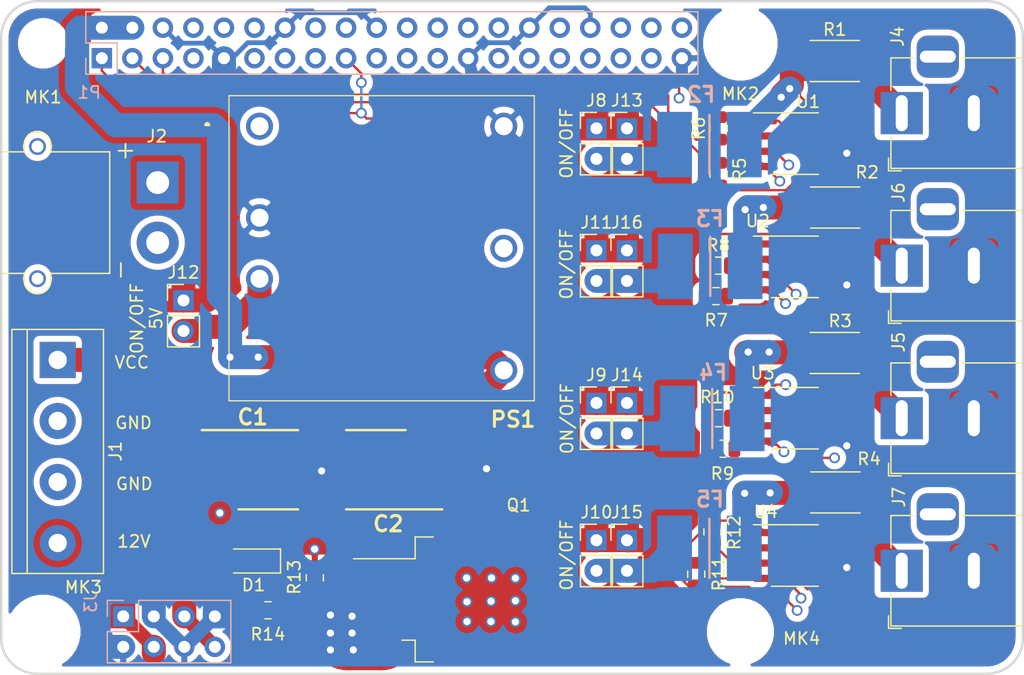
<source format=kicad_pcb>
(kicad_pcb (version 20171130) (host pcbnew "(5.1.5)-3")
  (title_block (date "15 nov 2012"))
  (layers (0 F.Cu signal hide) (1 In1.Cu power hide) (2 In2.Cu power hide) (31 B.Cu signal hide) (34 B.Paste user hide) (35 F.Paste user hide) (36 B.SilkS user hide) (37 F.SilkS user) (38 B.Mask user hide) (39 F.Mask user hide) (44 Edge.Cuts user))
  (net 0 "")
  (net 1 +3V3)
  (net 2 +5V)
  (net 3 GND)
  (net 4 +12V)
  (net 5 VCC)
  (net 6 /SCL)
  (net 7 "Net-(F2-Pad2)")
  (net 8 "Net-(J4-Pad1)")
  (net 9 /SDA)
  (net 10 "Net-(F3-Pad2)")
  (net 11 "Net-(J6-Pad1)")
  (net 12 "Net-(F4-Pad2)")
  (net 13 "Net-(J5-Pad1)")
  (net 14 "Net-(F5-Pad2)")
  (net 15 "Net-(J7-Pad1)")
  (net 16 "Net-(F2-Pad1)")
  (net 17 "Net-(F3-Pad1)")
  (net 18 "Net-(F4-Pad1)")
  (net 19 "Net-(F5-Pad1)")
  (net 20 "Net-(J12-Pad2)")
  (net 21 /gnd_no)
  (net 22 "Net-(D1-Pad1)")
  (module Package_SO:SOIC-8_3.9x4.9mm_P1.27mm (layer F.Cu) (at 266.04 128.41)
    (fp_text reference U3 (at -2.68 -3.75) (layer F.SilkS))
    (fp_text value INA219AxD)
    (pad 8 smd roundrect (at 2.475 -1.905) (size 1.95 0.6) (layers F.Cu F.Paste F.Mask) (net 12 "Net-(F4-Pad2)"))
    (pad 7 smd roundrect (at 2.475 -0.635) (size 1.95 0.6) (layers F.Cu F.Paste F.Mask) (net 13 "Net-(J5-Pad1)"))
    (pad 6 smd roundrect (at 2.475 0.635) (size 1.95 0.6) (layers F.Cu F.Paste F.Mask) (net 3 GND))
    (pad 5 smd roundrect (at 2.475 1.905) (size 1.95 0.6) (layers F.Cu F.Paste F.Mask) (net 1 +3V3))
    (pad 4 smd roundrect (at -2.475 1.905) (size 1.95 0.6) (layers F.Cu F.Paste F.Mask) (net 6 /SCL))
    (pad 3 smd roundrect (at -2.475 0.635) (size 1.95 0.6) (layers F.Cu F.Paste F.Mask) (net 9 /SDA))
    (pad 2 smd roundrect (at -2.475 -0.635) (size 1.95 0.6) (layers F.Cu F.Paste F.Mask) (net 1 +3V3))
    (pad 1 smd roundrect (at -2.475 -1.905) (size 1.95 0.6) (layers F.Cu F.Paste F.Mask) (net 6 /SCL))
  )
  (module Connector_PinHeader_2.54mm:PinHeader_1x02_P2.54mm_Vertical (layer F.Cu) (at 252.07 114.44)
    (fp_text reference J16 (at 0 -2.33) (layer F.SilkS))
    (fp_text value Conn_01x02)
    (pad 2 thru_hole oval (at 0 2.54) (size 1.7 1.7) (drill 1) (layers *.Cu *.Mask) (net 17 "Net-(F3-Pad1)"))
    (pad 1 thru_hole rect (at 0 0) (size 1.7 1.7) (drill 1) (layers *.Cu *.Mask) (net 4 +12V))
  )
  (module Connector_PinHeader_2.54mm:PinHeader_1x02_P2.54mm_Vertical (layer F.Cu) (at 252.07 138.57)
    (fp_text reference J15 (at 0 -2.33) (layer F.SilkS))
    (fp_text value Conn_01x02)
    (pad 2 thru_hole oval (at 0 2.54) (size 1.7 1.7) (drill 1) (layers *.Cu *.Mask) (net 19 "Net-(F5-Pad1)"))
    (pad 1 thru_hole rect (at 0 0) (size 1.7 1.7) (drill 1) (layers *.Cu *.Mask) (net 4 +12V))
  )
  (module Connector_PinHeader_2.54mm:PinHeader_1x02_P2.54mm_Vertical (layer F.Cu) (at 252.07 127.14)
    (fp_text reference J14 (at 0 -2.33) (layer F.SilkS))
    (fp_text value Conn_01x02)
    (pad 2 thru_hole oval (at 0 2.54) (size 1.7 1.7) (drill 1) (layers *.Cu *.Mask) (net 18 "Net-(F4-Pad1)"))
    (pad 1 thru_hole rect (at 0 0) (size 1.7 1.7) (drill 1) (layers *.Cu *.Mask) (net 4 +12V))
  )
  (module Connector_PinHeader_2.54mm:PinHeader_1x02_P2.54mm_Vertical (layer F.Cu) (at 252.07 104.28)
    (fp_text reference J13 (at 0 -2.33) (layer F.SilkS))
    (fp_text value Conn_01x02)
    (pad 2 thru_hole oval (at 0 2.54) (size 1.7 1.7) (drill 1) (layers *.Cu *.Mask) (net 16 "Net-(F2-Pad1)"))
    (pad 1 thru_hole rect (at 0 0) (size 1.7 1.7) (drill 1) (layers *.Cu *.Mask) (net 4 +12V))
  )
  (module Package_TO_SOT_SMD:TO-263-2 (layer F.Cu) (at 237.4 143.5)
    (fp_text reference Q1 (at 5.6515 -7.84606 180) (layer F.SilkS))
    (fp_text value IRFS7530TRLPBF)
    (pad 2 smd rect (at 3.375 0) (size 9.4 10.8) (layers F.Cu F.Mask) (net 21 /gnd_no))
    (pad 3 smd rect (at -5.775 2.54) (size 4.6 1.1) (layers F.Cu F.Paste F.Mask) (net 3 GND))
    (pad 1 smd rect (at -5.775 -2.54) (size 4.6 1.1) (layers F.Cu F.Paste F.Mask) (net 22 "Net-(D1-Pad1)"))
  )
  (module Resistor_SMD:R_0805_2012Metric (layer F.Cu) (at 222.2 144.4 180)
    (fp_text reference R14 (at 0 -2) (layer F.SilkS))
    (fp_text value 470k)
    (pad 2 smd roundrect (at 0.9375 0 180) (size 0.975 1.4) (layers F.Cu F.Paste F.Mask) (net 3 GND))
    (pad 1 smd roundrect (at -0.9375 0 180) (size 0.975 1.4) (layers F.Cu F.Paste F.Mask) (net 22 "Net-(D1-Pad1)"))
  )
  (module Diode_SMD:D_SOD-123 (layer F.Cu) (at 221 140.3 180)
    (fp_text reference D1 (at 0 -2) (layer F.SilkS))
    (fp_text value MM1Z15)
    (pad 2 smd rect (at 1.65 0 180) (size 0.9 1.2) (layers F.Cu F.Paste F.Mask) (net 3 GND))
    (pad 1 smd rect (at -1.65 0 180) (size 0.9 1.2) (layers F.Cu F.Paste F.Mask) (net 22 "Net-(D1-Pad1)"))
  )
  (module capa:CAPAE660X800N (layer F.Cu) (at 221.4 132.7)
    (fp_text reference C1 (at -0.47 -4.38) (layer F.SilkS) (effects (font (size 1.27 1.27) (thickness 0.254))))
    (fp_text value 100uF hide)
    (pad 2 smd rect (at 3 0 90) (size 1.8 3.4) (layers F.Cu F.Paste F.Mask) (net 3 GND))
    (pad 1 smd rect (at -3 0 90) (size 1.8 3.4) (layers F.Cu F.Paste F.Mask) (net 4 +12V))
  )
  (module MountingHole:MountingHole_3.2mm_M3 (layer F.Cu) (at 261.51 146.19)
    (fp_text reference MK4 (at 5.09388 0.56388) (layer F.SilkS))
    (fp_text value M3)
    (pad 1 np_thru_hole circle (at 0 0) (size 3.2 3.2) (drill 3.2) (layers *.Cu *.Mask))
  )
  (module MountingHole:MountingHole_3.2mm_M3 (layer F.Cu) (at 203.51 146.2)
    (fp_text reference MK3 (at 3.34 -3.72) (layer F.SilkS))
    (fp_text value M3)
    (pad 1 np_thru_hole circle (at 0 0) (size 3.2 3.2) (drill 3.2) (layers *.Cu *.Mask))
  )
  (module MountingHole:MountingHole_3.2mm_M3 (layer F.Cu) (at 261.51 97.2 180)
    (fp_text reference MK2 (at 0 -4.2) (layer F.SilkS))
    (fp_text value M3)
    (pad 1 np_thru_hole circle (at 0 0 180) (size 3.2 3.2) (drill 3.2) (layers *.Cu *.Mask))
  )
  (module MountingHole:MountingHole_3.2mm_M3 (layer F.Cu) (at 203.51 97.2 180)
    (fp_text reference MK1 (at 0.02 -4.48) (layer F.SilkS))
    (fp_text value M3)
    (pad 1 np_thru_hole circle (at 0 0 180) (size 3.2 3.2) (drill 3.2) (layers *.Cu *.Mask))
  )
  (module Resistor_SMD:R_0805_2012Metric (layer F.Cu) (at 226.1 141.7 270)
    (fp_text reference R13 (at -0.0508 1.70434 90) (layer F.SilkS))
    (fp_text value 1k)
    (pad 2 smd roundrect (at 0.9375 0 270) (size 0.975 1.4) (layers F.Cu F.Paste F.Mask) (net 22 "Net-(D1-Pad1)"))
    (pad 1 smd roundrect (at -0.9375 0 270) (size 0.975 1.4) (layers F.Cu F.Paste F.Mask) (net 4 +12V))
  )
  (module Connector_AMASS:AMASS_XT30PW-M_1x02_P2.50mm_Horizontal (layer F.Cu) (at 213.0302 108.79358 90)
    (fp_text reference J2 (at 3.85826 -0.07874 180) (layer F.SilkS))
    (fp_text value XT30)
    (fp_text user + (at 2.65176 -2.79654 90) (layer F.SilkS) (effects (font (size 1.5 1.5))))
    (fp_text user - (at -7.26948 -3.18008 90) (layer F.SilkS) (effects (font (size 1.5 1.5))))
    (pad 2 thru_hole circle (at -5 0 90) (size 3.5 3.5) (drill 1.9) (layers *.Cu *.Mask) (net 21 /gnd_no))
    (pad 1 thru_hole rect (at 0 0 90) (size 3.5 3.5) (drill 1.9) (layers *.Cu *.Mask) (net 4 +12V))
    (pad "" thru_hole circle (at -8 -10 90) (size 1.4 1.4) (drill 1) (layers *.Cu *.Mask))
    (pad "" thru_hole circle (at 3 -10 90) (size 1.4 1.4) (drill 1) (layers *.Cu *.Mask))
  )
  (module Resistor_SMD:R_2512_6332Metric (layer F.Cu) (at 269.41 134.59)
    (fp_text reference R4 (at 2.8 -2.79 180) (layer F.SilkS))
    (fp_text value "0.02 1W")
    (pad 2 smd roundrect (at 2.9 0) (size 1.35 3.35) (layers F.Cu F.Paste F.Mask) (roundrect_rratio 0.185185) (net 15 "Net-(J7-Pad1)"))
    (pad 1 smd roundrect (at -2.9 0) (size 1.35 3.35) (layers F.Cu F.Paste F.Mask) (roundrect_rratio 0.185185) (net 14 "Net-(F5-Pad2)"))
  )
  (module Resistor_SMD:R_2512_6332Metric (layer F.Cu) (at 269.35 122.98)
    (fp_text reference R3 (at 0.46 -2.66 180) (layer F.SilkS))
    (fp_text value "0.02 1W")
    (pad 2 smd roundrect (at 2.9 0) (size 1.35 3.35) (layers F.Cu F.Paste F.Mask) (roundrect_rratio 0.185185) (net 13 "Net-(J5-Pad1)"))
    (pad 1 smd roundrect (at -2.9 0) (size 1.35 3.35) (layers F.Cu F.Paste F.Mask) (roundrect_rratio 0.185185) (net 12 "Net-(F4-Pad2)"))
  )
  (module Resistor_SMD:R_2512_6332Metric (layer F.Cu) (at 269.39 110.87)
    (fp_text reference R2 (at 2.66 -2.93 180) (layer F.SilkS))
    (fp_text value "0.02 1W")
    (pad 2 smd roundrect (at 2.9 0) (size 1.35 3.35) (layers F.Cu F.Paste F.Mask) (roundrect_rratio 0.185185) (net 11 "Net-(J6-Pad1)"))
    (pad 1 smd roundrect (at -2.9 0) (size 1.35 3.35) (layers F.Cu F.Paste F.Mask) (roundrect_rratio 0.185185) (net 10 "Net-(F3-Pad2)"))
  )
  (module Resistor_SMD:R_2512_6332Metric (layer F.Cu) (at 269.36 98.67)
    (fp_text reference R1 (at 0 -2.62 180) (layer F.SilkS))
    (fp_text value "0.02 1W")
    (pad 2 smd roundrect (at 2.9 0) (size 1.35 3.35) (layers F.Cu F.Paste F.Mask) (roundrect_rratio 0.185185) (net 8 "Net-(J4-Pad1)"))
    (pad 1 smd roundrect (at -2.9 0) (size 1.35 3.35) (layers F.Cu F.Paste F.Mask) (roundrect_rratio 0.185185) (net 7 "Net-(F2-Pad2)"))
  )
  (module Connector_PinHeader_2.54mm:PinHeader_1x02_P2.54mm_Vertical (layer F.Cu) (at 215.1765 118.60306)
    (fp_text reference J12 (at 0 -2.33) (layer F.SilkS))
    (fp_text value Conn_01x02)
    (pad 2 thru_hole oval (at 0 2.54) (size 1.7 1.7) (drill 1) (layers *.Cu *.Mask) (net 20 "Net-(J12-Pad2)"))
    (pad 1 thru_hole rect (at 0 0) (size 1.7 1.7) (drill 1) (layers *.Cu *.Mask) (net 4 +12V))
  )
  (module pdq:PDQE15Q24S5D (layer F.Cu) (at 221.5 104.1)
    (fp_text reference PS1 (at 21.08962 24.4113) (layer F.SilkS) (effects (font (size 1.27 1.27) (thickness 0.254))))
    (fp_text value PDQE15-Q24-S5-D hide)
    (pad 6 thru_hole circle (at 20.32 0) (size 2.25 2.25) (drill 1.5) (layers *.Cu *.Mask) (net 3 GND))
    (pad 5 thru_hole circle (at 20.32 10.16) (size 2.25 2.25) (drill 1.5) (layers *.Cu *.Mask))
    (pad 4 thru_hole circle (at 20.32 20.32) (size 2.25 2.25) (drill 1.5) (layers *.Cu *.Mask) (net 2 +5V))
    (pad 3 thru_hole circle (at 0 12.7) (size 2.25 2.25) (drill 1.5) (layers *.Cu *.Mask) (net 20 "Net-(J12-Pad2)"))
    (pad 2 thru_hole circle (at 0 7.62) (size 2.25 2.25) (drill 1.5) (layers *.Cu *.Mask) (net 3 GND))
    (pad 1 thru_hole circle (at 0 0) (size 2.25 2.25) (drill 1.5) (layers *.Cu *.Mask))
  )
  (module Resistor_SMD:R_0805_2012Metric (layer F.Cu) (at 259.182 137.87658 90)
    (fp_text reference R12 (at -0.06342 1.818 90) (layer F.SilkS))
    (fp_text value 10k)
    (pad 2 smd roundrect (at 0.9375 0 90) (size 0.975 1.4) (layers F.Cu F.Paste F.Mask) (net 1 +3V3))
    (pad 1 smd roundrect (at -0.9375 0 90) (size 0.975 1.4) (layers F.Cu F.Paste F.Mask) (net 9 /SDA))
  )
  (module Resistor_SMD:R_0805_2012Metric (layer F.Cu) (at 257.83072 141.3894 90)
    (fp_text reference R11 (at 0.0294 1.87928 90) (layer F.SilkS))
    (fp_text value 10k)
    (pad 2 smd roundrect (at 0.9375 0 90) (size 0.975 1.4) (layers F.Cu F.Paste F.Mask) (net 6 /SCL))
    (pad 1 smd roundrect (at -0.9375 0 90) (size 0.975 1.4) (layers F.Cu F.Paste F.Mask) (net 1 +3V3))
  )
  (module Resistor_SMD:R_0805_2012Metric (layer F.Cu) (at 259.69 128.41 180)
    (fp_text reference R10 (at 0.09398 1.75768) (layer F.SilkS))
    (fp_text value 10k)
    (pad 2 smd roundrect (at 0.9375 0 180) (size 0.975 1.4) (layers F.Cu F.Paste F.Mask) (net 1 +3V3))
    (pad 1 smd roundrect (at -0.9375 0 180) (size 0.975 1.4) (layers F.Cu F.Paste F.Mask) (net 9 /SDA))
  )
  (module Resistor_SMD:R_0805_2012Metric (layer F.Cu) (at 260.07 130.95)
    (fp_text reference R9 (at -0.05742 2.07264) (layer F.SilkS))
    (fp_text value 10k)
    (pad 2 smd roundrect (at 0.9375 0) (size 0.975 1.4) (layers F.Cu F.Paste F.Mask) (net 6 /SCL))
    (pad 1 smd roundrect (at -0.9375 0) (size 0.975 1.4) (layers F.Cu F.Paste F.Mask) (net 1 +3V3))
  )
  (module Resistor_SMD:R_0805_2012Metric (layer F.Cu) (at 259.69 115.71 180)
    (fp_text reference R8 (at 0.02032 1.69164) (layer F.SilkS))
    (fp_text value 10k)
    (pad 2 smd roundrect (at 0.9375 0 180) (size 0.975 1.4) (layers F.Cu F.Paste F.Mask) (net 1 +3V3))
    (pad 1 smd roundrect (at -0.9375 0 180) (size 0.975 1.4) (layers F.Cu F.Paste F.Mask) (net 9 /SDA))
  )
  (module Resistor_SMD:R_0805_2012Metric (layer F.Cu) (at 259.47 118.25)
    (fp_text reference R7 (at 0.02442 2.00152) (layer F.SilkS))
    (fp_text value 10k)
    (pad 2 smd roundrect (at 0.9375 0) (size 0.975 1.4) (layers F.Cu F.Paste F.Mask) (net 6 /SCL))
    (pad 1 smd roundrect (at -0.9375 0) (size 0.975 1.4) (layers F.Cu F.Paste F.Mask) (net 1 +3V3))
  )
  (module Resistor_SMD:R_0805_2012Metric (layer F.Cu) (at 259.69 104.28 90)
    (fp_text reference R6 (at 0 -1.65 90) (layer F.SilkS))
    (fp_text value 10k)
    (pad 2 smd roundrect (at 0.9375 0 90) (size 0.975 1.4) (layers F.Cu F.Paste F.Mask) (net 1 +3V3))
    (pad 1 smd roundrect (at -0.9375 0 90) (size 0.975 1.4) (layers F.Cu F.Paste F.Mask) (net 9 /SDA))
  )
  (module Resistor_SMD:R_0805_2012Metric (layer F.Cu) (at 259.69 108.09 90)
    (fp_text reference R5 (at 0.4064 1.75514 90) (layer F.SilkS))
    (fp_text value 10k)
    (pad 2 smd roundrect (at 0.9375 0 90) (size 0.975 1.4) (layers F.Cu F.Paste F.Mask) (net 6 /SCL))
    (pad 1 smd roundrect (at -0.9375 0 90) (size 0.975 1.4) (layers F.Cu F.Paste F.Mask) (net 1 +3V3))
  )
  (module Connector_PinHeader_2.54mm:PinHeader_1x02_P2.54mm_Vertical (layer F.Cu) (at 249.53 114.44)
    (fp_text reference J11 (at 0 -2.33) (layer F.SilkS))
    (fp_text value Conn_01x02)
    (pad 2 thru_hole oval (at 0 2.54) (size 1.7 1.7) (drill 1) (layers *.Cu *.Mask) (net 17 "Net-(F3-Pad1)"))
    (pad 1 thru_hole rect (at 0 0) (size 1.7 1.7) (drill 1) (layers *.Cu *.Mask) (net 4 +12V))
  )
  (module Connector_PinHeader_2.54mm:PinHeader_1x02_P2.54mm_Vertical (layer F.Cu) (at 249.53 138.57)
    (fp_text reference J10 (at 0 -2.33) (layer F.SilkS))
    (fp_text value Conn_01x02)
    (pad 2 thru_hole oval (at 0 2.54) (size 1.7 1.7) (drill 1) (layers *.Cu *.Mask) (net 19 "Net-(F5-Pad1)"))
    (pad 1 thru_hole rect (at 0 0) (size 1.7 1.7) (drill 1) (layers *.Cu *.Mask) (net 4 +12V))
  )
  (module Connector_PinHeader_2.54mm:PinHeader_1x02_P2.54mm_Vertical (layer F.Cu) (at 249.53 127.14)
    (fp_text reference J9 (at 0 -2.33) (layer F.SilkS))
    (fp_text value Conn_01x02)
    (pad 2 thru_hole oval (at 0 2.54) (size 1.7 1.7) (drill 1) (layers *.Cu *.Mask) (net 18 "Net-(F4-Pad1)"))
    (pad 1 thru_hole rect (at 0 0) (size 1.7 1.7) (drill 1) (layers *.Cu *.Mask) (net 4 +12V))
  )
  (module Connector_PinHeader_2.54mm:PinHeader_1x02_P2.54mm_Vertical (layer F.Cu) (at 249.53 104.28)
    (fp_text reference J8 (at 0 -2.33) (layer F.SilkS))
    (fp_text value Conn_01x02)
    (pad 2 thru_hole oval (at 0 2.54) (size 1.7 1.7) (drill 1) (layers *.Cu *.Mask) (net 16 "Net-(F2-Pad1)"))
    (pad 1 thru_hole rect (at 0 0) (size 1.7 1.7) (drill 1) (layers *.Cu *.Mask) (net 4 +12V))
  )
  (module Connector_BarrelJack:BarrelJack_Horizontal (layer F.Cu) (at 274.93 141.11 180)
    (fp_text reference J7 (at 0.24 6.13 90) (layer F.SilkS))
    (fp_text value Jack-DC)
    (pad 3 thru_hole roundrect (at -3 4.7 180) (size 3.5 3.5) (drill oval 3 1) (layers *.Cu *.Mask))
    (pad 2 thru_hole roundrect (at -6 0 180) (size 3 3.5) (drill oval 1 3) (layers *.Cu *.Mask) (net 3 GND))
    (pad 1 thru_hole rect (at 0 0 180) (size 3.5 3.5) (drill oval 1 3) (layers *.Cu *.Mask) (net 15 "Net-(J7-Pad1)"))
  )
  (module Connector_BarrelJack:BarrelJack_Horizontal (layer F.Cu) (at 274.93 115.71 180)
    (fp_text reference J6 (at 0.28 6.08 90) (layer F.SilkS))
    (fp_text value Jack-DC)
    (pad 3 thru_hole roundrect (at -3 4.7 180) (size 3.5 3.5) (drill oval 3 1) (layers *.Cu *.Mask))
    (pad 2 thru_hole roundrect (at -6 0 180) (size 3 3.5) (drill oval 1 3) (layers *.Cu *.Mask) (net 3 GND))
    (pad 1 thru_hole rect (at 0 0 180) (size 3.5 3.5) (drill oval 1 3) (layers *.Cu *.Mask) (net 11 "Net-(J6-Pad1)"))
  )
  (module Connector_BarrelJack:BarrelJack_Horizontal (layer F.Cu) (at 274.93 128.41 180)
    (fp_text reference J5 (at 0.27 6.33 90) (layer F.SilkS))
    (fp_text value Jack-DC)
    (pad 3 thru_hole roundrect (at -3 4.7 180) (size 3.5 3.5) (drill oval 3 1) (layers *.Cu *.Mask))
    (pad 2 thru_hole roundrect (at -6 0 180) (size 3 3.5) (drill oval 1 3) (layers *.Cu *.Mask) (net 3 GND))
    (pad 1 thru_hole rect (at 0 0 180) (size 3.5 3.5) (drill oval 1 3) (layers *.Cu *.Mask) (net 13 "Net-(J5-Pad1)"))
  )
  (module Connector_BarrelJack:BarrelJack_Horizontal (layer F.Cu) (at 274.93 103.01 180)
    (fp_text reference J4 (at 0.35 6.38 90) (layer F.SilkS))
    (fp_text value Jack-DC)
    (pad 3 thru_hole roundrect (at -3 4.7 180) (size 3.5 3.5) (drill oval 3 1) (layers *.Cu *.Mask))
    (pad 2 thru_hole roundrect (at -6 0 180) (size 3 3.5) (drill oval 1 3) (layers *.Cu *.Mask) (net 3 GND))
    (pad 1 thru_hole rect (at 0 0 180) (size 3.5 3.5) (drill oval 1 3) (layers *.Cu *.Mask) (net 8 "Net-(J4-Pad1)"))
  )
  (module fuse:THRMC7451X160N (layer B.Cu) (at 258.93 139.24)
    (fp_text reference F5 (at 0.04 -4.07) (layer B.SilkS) (effects (font (size 1.27 1.27) (thickness 0.254)) (justify mirror)))
    (fp_text value 2920L330/24 hide)
    (pad 2 smd rect (at 2.9 0) (size 2.9 5.45) (layers B.Cu B.Paste B.Mask) (net 14 "Net-(F5-Pad2)"))
    (pad 1 smd rect (at -2.9 0) (size 2.9 5.45) (layers B.Cu B.Paste B.Mask) (net 19 "Net-(F5-Pad1)"))
  )
  (module fuse:THRMC7451X160N (layer B.Cu) (at 259.17 128.43)
    (fp_text reference F4 (at 0.06 -3.81) (layer B.SilkS) (effects (font (size 1.27 1.27) (thickness 0.254)) (justify mirror)))
    (fp_text value 2920L330/24 hide)
    (pad 2 smd rect (at 2.9 0) (size 2.9 5.45) (layers B.Cu B.Paste B.Mask) (net 12 "Net-(F4-Pad2)"))
    (pad 1 smd rect (at -2.9 0) (size 2.9 5.45) (layers B.Cu B.Paste B.Mask) (net 18 "Net-(F4-Pad1)"))
  )
  (module fuse:THRMC7451X160N (layer B.Cu) (at 259 115.77)
    (fp_text reference F3 (at -0.04 -3.96) (layer B.SilkS) (effects (font (size 1.27 1.27) (thickness 0.254)) (justify mirror)))
    (fp_text value 2920L330/24 hide)
    (pad 2 smd rect (at 2.9 0) (size 2.9 5.45) (layers B.Cu B.Paste B.Mask) (net 10 "Net-(F3-Pad2)"))
    (pad 1 smd rect (at -2.9 0) (size 2.9 5.45) (layers B.Cu B.Paste B.Mask) (net 17 "Net-(F3-Pad1)"))
  )
  (module fuse:THRMC7451X160N (layer B.Cu) (at 258.93 105.63)
    (fp_text reference F2 (at -0.69 -4.16) (layer B.SilkS) (effects (font (size 1.27 1.27) (thickness 0.254)) (justify mirror)))
    (fp_text value 2920L330/24 hide)
    (pad 2 smd rect (at 2.9 0) (size 2.9 5.45) (layers B.Cu B.Paste B.Mask) (net 7 "Net-(F2-Pad2)"))
    (pad 1 smd rect (at -2.9 0) (size 2.9 5.45) (layers B.Cu B.Paste B.Mask) (net 16 "Net-(F2-Pad1)"))
  )
  (module Package_SO:SOIC-8_3.9x4.9mm_P1.27mm (layer F.Cu) (at 266.04 139.84)
    (fp_text reference U4 (at -2.42 -3.64) (layer F.SilkS))
    (fp_text value INA219AxD)
    (pad 8 smd roundrect (at 2.475 -1.905) (size 1.95 0.6) (layers F.Cu F.Paste F.Mask) (net 14 "Net-(F5-Pad2)"))
    (pad 7 smd roundrect (at 2.475 -0.635) (size 1.95 0.6) (layers F.Cu F.Paste F.Mask) (net 15 "Net-(J7-Pad1)"))
    (pad 6 smd roundrect (at 2.475 0.635) (size 1.95 0.6) (layers F.Cu F.Paste F.Mask) (net 3 GND))
    (pad 5 smd roundrect (at 2.475 1.905) (size 1.95 0.6) (layers F.Cu F.Paste F.Mask) (net 1 +3V3))
    (pad 4 smd roundrect (at -2.475 1.905) (size 1.95 0.6) (layers F.Cu F.Paste F.Mask) (net 6 /SCL))
    (pad 3 smd roundrect (at -2.475 0.635) (size 1.95 0.6) (layers F.Cu F.Paste F.Mask) (net 9 /SDA))
    (pad 2 smd roundrect (at -2.475 -0.635) (size 1.95 0.6) (layers F.Cu F.Paste F.Mask) (net 3 GND))
    (pad 1 smd roundrect (at -2.475 -1.905) (size 1.95 0.6) (layers F.Cu F.Paste F.Mask) (net 1 +3V3))
  )
  (module Package_SO:SOIC-8_3.9x4.9mm_P1.27mm (layer F.Cu) (at 266.04 115.81)
    (fp_text reference U2 (at -3.09 -3.82) (layer F.SilkS))
    (fp_text value INA219AxD)
    (pad 8 smd roundrect (at 2.475 -1.905) (size 1.95 0.6) (layers F.Cu F.Paste F.Mask) (net 10 "Net-(F3-Pad2)"))
    (pad 7 smd roundrect (at 2.475 -0.635) (size 1.95 0.6) (layers F.Cu F.Paste F.Mask) (net 11 "Net-(J6-Pad1)"))
    (pad 6 smd roundrect (at 2.475 0.635) (size 1.95 0.6) (layers F.Cu F.Paste F.Mask) (net 3 GND))
    (pad 5 smd roundrect (at 2.475 1.905) (size 1.95 0.6) (layers F.Cu F.Paste F.Mask) (net 1 +3V3))
    (pad 4 smd roundrect (at -2.475 1.905) (size 1.95 0.6) (layers F.Cu F.Paste F.Mask) (net 6 /SCL))
    (pad 3 smd roundrect (at -2.475 0.635) (size 1.95 0.6) (layers F.Cu F.Paste F.Mask) (net 9 /SDA))
    (pad 2 smd roundrect (at -2.475 -0.635) (size 1.95 0.6) (layers F.Cu F.Paste F.Mask) (net 1 +3V3))
    (pad 1 smd roundrect (at -2.475 -1.905) (size 1.95 0.6) (layers F.Cu F.Paste F.Mask) (net 9 /SDA))
  )
  (module Package_SO:SOIC-8_3.9x4.9mm_P1.27mm (layer F.Cu) (at 266.04 105.55)
    (fp_text reference U1 (at 1.11 -3.49) (layer F.SilkS))
    (fp_text value INA219AxD)
    (pad 8 smd roundrect (at 2.475 -1.905) (size 1.95 0.6) (layers F.Cu F.Paste F.Mask) (net 7 "Net-(F2-Pad2)"))
    (pad 7 smd roundrect (at 2.475 -0.635) (size 1.95 0.6) (layers F.Cu F.Paste F.Mask) (net 8 "Net-(J4-Pad1)"))
    (pad 6 smd roundrect (at 2.475 0.635) (size 1.95 0.6) (layers F.Cu F.Paste F.Mask) (net 3 GND))
    (pad 5 smd roundrect (at 2.475 1.905) (size 1.95 0.6) (layers F.Cu F.Paste F.Mask) (net 1 +3V3))
    (pad 4 smd roundrect (at -2.475 1.905) (size 1.95 0.6) (layers F.Cu F.Paste F.Mask) (net 6 /SCL))
    (pad 3 smd roundrect (at -2.475 0.635) (size 1.95 0.6) (layers F.Cu F.Paste F.Mask) (net 9 /SDA))
    (pad 2 smd roundrect (at -2.475 -0.635) (size 1.95 0.6) (layers F.Cu F.Paste F.Mask) (net 1 +3V3))
    (pad 1 smd roundrect (at -2.475 -1.905) (size 1.95 0.6) (layers F.Cu F.Paste F.Mask) (net 3 GND))
  )
  (module Connector_PinSocket_2.54mm:PinSocket_2x20_P2.54mm_Vertical (layer B.Cu) (at 208.382 98.438 270)
    (fp_text reference P1 (at 2.852 1.052) (layer B.SilkS) (effects (justify mirror)))
    (fp_text value Conn_02x20_Odd_Even)
    (pad 1 thru_hole rect (at 0 0 270) (size 1.7 1.7) (drill 1) (layers *.Cu *.Mask) (net 1 +3V3))
    (pad 2 thru_hole oval (at -2.54 0 270) (size 1.7 1.7) (drill 1) (layers *.Cu *.Mask) (net 2 +5V))
    (pad 3 thru_hole oval (at 0 -2.54 270) (size 1.7 1.7) (drill 1) (layers *.Cu *.Mask) (net 9 /SDA))
    (pad 4 thru_hole oval (at -2.54 -2.54 270) (size 1.7 1.7) (drill 1) (layers *.Cu *.Mask) (net 2 +5V))
    (pad 5 thru_hole oval (at 0 -5.08 270) (size 1.7 1.7) (drill 1) (layers *.Cu *.Mask) (net 6 /SCL))
    (pad 6 thru_hole oval (at -2.54 -5.08 270) (size 1.7 1.7) (drill 1) (layers *.Cu *.Mask) (net 3 GND))
    (pad 7 thru_hole oval (at 0 -7.62 270) (size 1.7 1.7) (drill 1) (layers *.Cu *.Mask))
    (pad 8 thru_hole oval (at -2.54 -7.62 270) (size 1.7 1.7) (drill 1) (layers *.Cu *.Mask))
    (pad 9 thru_hole oval (at 0 -10.16 270) (size 1.7 1.7) (drill 1) (layers *.Cu *.Mask) (net 3 GND))
    (pad 10 thru_hole oval (at -2.54 -10.16 270) (size 1.7 1.7) (drill 1) (layers *.Cu *.Mask))
    (pad 11 thru_hole oval (at 0 -12.7 270) (size 1.7 1.7) (drill 1) (layers *.Cu *.Mask))
    (pad 12 thru_hole oval (at -2.54 -12.7 270) (size 1.7 1.7) (drill 1) (layers *.Cu *.Mask))
    (pad 13 thru_hole oval (at 0 -15.24 270) (size 1.7 1.7) (drill 1) (layers *.Cu *.Mask))
    (pad 14 thru_hole oval (at -2.54 -15.24 270) (size 1.7 1.7) (drill 1) (layers *.Cu *.Mask) (net 3 GND))
    (pad 15 thru_hole oval (at 0 -17.78 270) (size 1.7 1.7) (drill 1) (layers *.Cu *.Mask))
    (pad 16 thru_hole oval (at -2.54 -17.78 270) (size 1.7 1.7) (drill 1) (layers *.Cu *.Mask))
    (pad 17 thru_hole oval (at 0 -20.32 270) (size 1.7 1.7) (drill 1) (layers *.Cu *.Mask) (net 1 +3V3))
    (pad 18 thru_hole oval (at -2.54 -20.32 270) (size 1.7 1.7) (drill 1) (layers *.Cu *.Mask))
    (pad 19 thru_hole oval (at 0 -22.86 270) (size 1.7 1.7) (drill 1) (layers *.Cu *.Mask))
    (pad 20 thru_hole oval (at -2.54 -22.86 270) (size 1.7 1.7) (drill 1) (layers *.Cu *.Mask) (net 3 GND))
    (pad 21 thru_hole oval (at 0 -25.4 270) (size 1.7 1.7) (drill 1) (layers *.Cu *.Mask))
    (pad 22 thru_hole oval (at -2.54 -25.4 270) (size 1.7 1.7) (drill 1) (layers *.Cu *.Mask))
    (pad 23 thru_hole oval (at 0 -27.94 270) (size 1.7 1.7) (drill 1) (layers *.Cu *.Mask))
    (pad 24 thru_hole oval (at -2.54 -27.94 270) (size 1.7 1.7) (drill 1) (layers *.Cu *.Mask))
    (pad 25 thru_hole oval (at 0 -30.48 270) (size 1.7 1.7) (drill 1) (layers *.Cu *.Mask) (net 3 GND))
    (pad 26 thru_hole oval (at -2.54 -30.48 270) (size 1.7 1.7) (drill 1) (layers *.Cu *.Mask))
    (pad 27 thru_hole oval (at 0 -33.02 270) (size 1.7 1.7) (drill 1) (layers *.Cu *.Mask))
    (pad 28 thru_hole oval (at -2.54 -33.02 270) (size 1.7 1.7) (drill 1) (layers *.Cu *.Mask))
    (pad 29 thru_hole oval (at 0 -35.56 270) (size 1.7 1.7) (drill 1) (layers *.Cu *.Mask))
    (pad 30 thru_hole oval (at -2.54 -35.56 270) (size 1.7 1.7) (drill 1) (layers *.Cu *.Mask) (net 3 GND))
    (pad 31 thru_hole oval (at 0 -38.1 270) (size 1.7 1.7) (drill 1) (layers *.Cu *.Mask))
    (pad 32 thru_hole oval (at -2.54 -38.1 270) (size 1.7 1.7) (drill 1) (layers *.Cu *.Mask))
    (pad 33 thru_hole oval (at 0 -40.64 270) (size 1.7 1.7) (drill 1) (layers *.Cu *.Mask))
    (pad 34 thru_hole oval (at -2.54 -40.64 270) (size 1.7 1.7) (drill 1) (layers *.Cu *.Mask) (net 3 GND))
    (pad 35 thru_hole oval (at 0 -43.18 270) (size 1.7 1.7) (drill 1) (layers *.Cu *.Mask))
    (pad 36 thru_hole oval (at -2.54 -43.18 270) (size 1.7 1.7) (drill 1) (layers *.Cu *.Mask))
    (pad 37 thru_hole oval (at 0 -45.72 270) (size 1.7 1.7) (drill 1) (layers *.Cu *.Mask))
    (pad 38 thru_hole oval (at -2.54 -45.72 270) (size 1.7 1.7) (drill 1) (layers *.Cu *.Mask))
    (pad 39 thru_hole oval (at 0 -48.26 270) (size 1.7 1.7) (drill 1) (layers *.Cu *.Mask) (net 3 GND))
    (pad 40 thru_hole oval (at -2.54 -48.26 270) (size 1.7 1.7) (drill 1) (layers *.Cu *.Mask))
  )
  (module capa:CAPAE660X800N (layer F.Cu) (at 232 132.7 180)
    (fp_text reference C2 (at -0.21 -4.51) (layer F.SilkS) (effects (font (size 1.27 1.27) (thickness 0.254))))
    (fp_text value 100uF hide)
    (pad 2 smd rect (at 3 0 270) (size 1.8 3.4) (layers F.Cu F.Paste F.Mask) (net 3 GND))
    (pad 1 smd rect (at -3 0 270) (size 1.8 3.4) (layers F.Cu F.Paste F.Mask) (net 2 +5V))
  )
  (module TerminalBlock:TerminalBlock_bornier-4_P5.08mm (layer F.Cu) (at 204.71 123.56 270)
    (fp_text reference J1 (at 7.6 -4.8 90) (layer F.SilkS))
    (fp_text value Screw_Terminal_01x04)
    (pad 4 thru_hole circle (at 15.24 0 270) (size 3 3) (drill 1.52) (layers *.Cu *.Mask) (net 4 +12V))
    (pad 1 thru_hole rect (at 0 0 270) (size 3 3) (drill 1.52) (layers *.Cu *.Mask) (net 5 VCC))
    (pad 3 thru_hole circle (at 10.16 0 270) (size 3 3) (drill 1.52) (layers *.Cu *.Mask) (net 21 /gnd_no))
    (pad 2 thru_hole circle (at 5.08 0 270) (size 3 3) (drill 1.52) (layers *.Cu *.Mask) (net 21 /gnd_no))
  )
  (module Connector_PinHeader_2.54mm:PinHeader_2x04_P2.54mm_Vertical (layer B.Cu) (at 210.16508 144.9073 270)
    (fp_text reference J3 (at -1.1573 2.70508 270) (layer B.SilkS) (effects (justify mirror)))
    (fp_text value Conn_02x04_Odd_Even)
    (pad 8 thru_hole oval (at 2.54 -7.62 270) (size 1.7 1.7) (drill 1) (layers *.Cu *.Mask) (net 5 VCC))
    (pad 7 thru_hole oval (at 0 -7.62 270) (size 1.7 1.7) (drill 1) (layers *.Cu *.Mask) (net 3 GND))
    (pad 6 thru_hole oval (at 2.54 -5.08 270) (size 1.7 1.7) (drill 1) (layers *.Cu *.Mask) (net 3 GND))
    (pad 5 thru_hole oval (at 0 -5.08 270) (size 1.7 1.7) (drill 1) (layers *.Cu *.Mask) (net 5 VCC))
    (pad 4 thru_hole oval (at 2.54 -2.54 270) (size 1.7 1.7) (drill 1) (layers *.Cu *.Mask) (net 4 +12V))
    (pad 3 thru_hole oval (at 0 -2.54 270) (size 1.7 1.7) (drill 1) (layers *.Cu *.Mask) (net 3 GND))
    (pad 2 thru_hole oval (at 2.54 0 270) (size 1.7 1.7) (drill 1) (layers *.Cu *.Mask) (net 3 GND))
    (pad 1 thru_hole rect (at 0 0 270) (size 1.7 1.7) (drill 1) (layers *.Cu *.Mask) (net 4 +12V))
  )
  (gr_text "ON/OFF\n5V" (at 212.10056 120.10166 90) (layer F.SilkS) (effects (font (size 1 1))))
  (gr_text 12V (at 211.05408 138.66906) (layer F.SilkS) (effects (font (size 1 1))))
  (gr_text GND (at 211.08202 133.87862) (layer F.SilkS) (effects (font (size 1 1))))
  (gr_text GND (at 211.02614 128.79862) (layer F.SilkS) (effects (font (size 1 1))))
  (gr_text VCC (at 210.87628 123.76688) (layer F.SilkS) (effects (font (size 1 1))))
  (gr_text ON/OFF (at 247.04 105.5 90) (layer F.SilkS) (effects (font (size 1 1))))
  (gr_text ON/OFF (at 247.03 115.56 90) (layer F.SilkS) (effects (font (size 1 1))))
  (gr_text ON/OFF (at 247.08 128.44 90) (layer F.SilkS) (effects (font (size 1 1))))
  (gr_text ON/OFF (at 247.05 139.8 90) (layer F.SilkS) (effects (font (size 1 1))))
  (gr_line (start 200.0101 96.6915) (end 200.0101 146.6915) (layer Edge.Cuts) (width 0.2))
  (gr_arc (start 282.010102 146.691503) (end 282.0101 149.6915) (angle -90.00008561) (layer Edge.Cuts) (width 0.2))
  (gr_arc (start 282.010102 96.691498) (end 285.0101 96.6915) (angle -90.00008561) (layer Edge.Cuts) (width 0.2))
  (gr_line (start 285.0101 146.6915) (end 285.0101 96.6915) (layer Edge.Cuts) (width 0.2))
  (gr_arc (start 203.010097 146.691503) (end 200.0101 146.6915) (angle -90.00008561) (layer Edge.Cuts) (width 0.2))
  (gr_line (start 282.0101 93.6915) (end 203.0101 93.6915) (layer Edge.Cuts) (width 0.2))
  (gr_arc (start 203.010097 96.691498) (end 203.0101 93.6915) (angle -90.00008561) (layer Edge.Cuts) (width 0.2))
  (gr_line (start 203.0101 149.6915) (end 282.0101 149.6915) (layer Edge.Cuts) (width 0.2))
  (via (at 229.972 100.47) (size 0.9) (drill 0.6) (layers F.Cu B.Cu) (net 1))
  (segment (start 258.7525 118.03) (end 258.5325 118.25) (width 0.2) (layer F.Cu) (net 1))
  (segment (start 258.7525 115.71) (end 258.7525 118.03) (width 0.2) (layer F.Cu) (net 1))
  (segment (start 267.54 117.715) (end 268.515 117.715) (width 0.2) (layer F.Cu) (net 1))
  (segment (start 265.3 115.475) (end 267.54 117.715) (width 0.2) (layer F.Cu) (net 1))
  (segment (start 263.565 115.175) (end 263.865 115.475) (width 0.2) (layer F.Cu) (net 1))
  (segment (start 263.865 115.475) (end 265.278 115.456) (width 0.2) (layer F.Cu) (net 1))
  (segment (start 265.278 115.456) (end 265.3 115.475) (width 0.2) (layer F.Cu) (net 1))
  (segment (start 258.7525 110.9625) (end 258.7525 110.8055) (width 0.2) (layer F.Cu) (net 1))
  (segment (start 258.5325 128.19) (end 258.7525 128.41) (width 0.2) (layer F.Cu) (net 1))
  (segment (start 258.7525 130.57) (end 259.1325 130.95) (width 0.2) (layer F.Cu) (net 1))
  (segment (start 258.7525 128.41) (end 258.7525 130.57) (width 0.2) (layer F.Cu) (net 1))
  (segment (start 267.08 130.315) (end 267.54 130.315) (width 0.2) (layer F.Cu) (net 1))
  (segment (start 267.54 130.315) (end 268.515 130.315) (width 0.2) (layer F.Cu) (net 1))
  (segment (start 264.54 127.775) (end 267.08 130.315) (width 0.2) (layer F.Cu) (net 1))
  (segment (start 263.565 127.775) (end 264.54 127.775) (width 0.2) (layer F.Cu) (net 1))
  (segment (start 261.0805 126.2655) (end 262.59 127.775) (width 0.2) (layer F.Cu) (net 1))
  (segment (start 262.59 127.775) (end 263.565 127.775) (width 0.2) (layer F.Cu) (net 1))
  (segment (start 258.5325 126.2655) (end 261.0805 126.2655) (width 0.2) (layer F.Cu) (net 1))
  (segment (start 258.5325 126.2655) (end 258.5325 128.19) (width 0.2) (layer F.Cu) (net 1))
  (segment (start 258.5325 118.25) (end 258.5325 126.2655) (width 0.2) (layer F.Cu) (net 1))
  (segment (start 263.565 137.935) (end 265.405 137.935) (width 0.2) (layer F.Cu) (net 1))
  (segment (start 265.405 137.935) (end 266.04 138.57) (width 0.2) (layer F.Cu) (net 1))
  (segment (start 267.54 141.745) (end 268.515 141.745) (width 0.2) (layer F.Cu) (net 1))
  (segment (start 266.04 140.245) (end 267.54 141.745) (width 0.2) (layer F.Cu) (net 1))
  (segment (start 266.04 138.57) (end 266.04 140.245) (width 0.2) (layer F.Cu) (net 1))
  (segment (start 262.59 104.915) (end 263.565 104.915) (width 0.2) (layer F.Cu) (net 1))
  (segment (start 260.39 103.3425) (end 261.90575 104.85825) (width 0.2) (layer F.Cu) (net 1))
  (segment (start 261.9625 104.915) (end 262.59 104.915) (width 0.2) (layer F.Cu) (net 1))
  (segment (start 259.69 103.3425) (end 260.39 103.3425) (width 0.2) (layer F.Cu) (net 1))
  (segment (start 263.565 104.915) (end 264.643 104.915) (width 0.2) (layer F.Cu) (net 1))
  (segment (start 267.183 107.455) (end 268.515 107.455) (width 0.2) (layer F.Cu) (net 1))
  (segment (start 264.643 104.915) (end 265.81775 106.08975) (width 0.2) (layer F.Cu) (net 1))
  (segment (start 208.382 98.438) (end 208.382 99.488) (width 0.2) (layer F.Cu) (net 1))
  (segment (start 259.69 109.868) (end 258.7525 110.8055) (width 0.2) (layer F.Cu) (net 1))
  (segment (start 259.69 109.0275) (end 259.69 109.868) (width 0.2) (layer F.Cu) (net 1))
  (segment (start 261.90575 104.85825) (end 261.9625 104.915) (width 0.2) (layer F.Cu) (net 1))
  (segment (start 229.972 99.708) (end 228.702 98.438) (width 0.2) (layer F.Cu) (net 1))
  (segment (start 229.972 100.47) (end 229.972 99.708) (width 0.2) (layer F.Cu) (net 1))
  (via (at 229.972 103.01) (size 0.9) (drill 0.6) (layers F.Cu B.Cu) (net 1))
  (segment (start 229.972 100.47) (end 229.972 103.01) (width 0.2) (layer B.Cu) (net 1))
  (segment (start 259.1325 130.95) (end 259.182 136.93908) (width 0.2) (layer F.Cu) (net 1))
  (segment (start 257.13072 142.3269) (end 256.56834 141.76452) (width 0.2) (layer F.Cu) (net 1))
  (segment (start 257.83072 142.3269) (end 257.13072 142.3269) (width 0.2) (layer F.Cu) (net 1))
  (segment (start 256.56834 139.55274) (end 259.182 136.93908) (width 0.2) (layer F.Cu) (net 1))
  (segment (start 256.56834 141.76452) (end 256.56834 139.55274) (width 0.2) (layer F.Cu) (net 1))
  (segment (start 262.56908 136.93908) (end 263.565 137.935) (width 0.2) (layer F.Cu) (net 1))
  (segment (start 259.182 136.93908) (end 262.56908 136.93908) (width 0.2) (layer F.Cu) (net 1))
  (segment (start 265.81775 106.08975) (end 267.183 107.455) (width 0.2) (layer F.Cu) (net 1))
  (segment (start 265.278 113.068) (end 258.822 113.068) (width 0.2) (layer F.Cu) (net 1))
  (segment (start 265.278 113.068) (end 265.278 115.456) (width 0.2) (layer F.Cu) (net 1))
  (segment (start 258.822 113.068) (end 258.76 113.13) (width 0.2) (layer F.Cu) (net 1))
  (segment (start 258.7525 110.8055) (end 258.76 113.13) (width 0.2) (layer F.Cu) (net 1))
  (segment (start 258.76 113.13) (end 258.7525 115.71) (width 0.2) (layer F.Cu) (net 1))
  (segment (start 267.54 107.455) (end 268.515 107.455) (width 0.2) (layer F.Cu) (net 1))
  (segment (start 267.277166 107.455) (end 267.54 107.455) (width 0.2) (layer F.Cu) (net 1))
  (segment (start 265.307165 109.425001) (end 267.277166 107.455) (width 0.2) (layer F.Cu) (net 1))
  (segment (start 260.787501 109.425001) (end 265.307165 109.425001) (width 0.2) (layer F.Cu) (net 1))
  (segment (start 260.39 109.0275) (end 260.787501 109.425001) (width 0.2) (layer F.Cu) (net 1))
  (segment (start 259.69 109.0275) (end 260.39 109.0275) (width 0.2) (layer F.Cu) (net 1))
  (segment (start 258.0875 109.0275) (end 259.69 109.0275) (width 0.2) (layer F.Cu) (net 1))
  (segment (start 258.07 108.94) (end 258.0875 109.0275) (width 0.2) (layer F.Cu) (net 1))
  (segment (start 258.07 106.34) (end 258.07 108.94) (width 0.2) (layer F.Cu) (net 1))
  (segment (start 240.9 101.3) (end 253.03 101.3) (width 0.2) (layer F.Cu) (net 1))
  (segment (start 239.4 102.7) (end 240.9 101.3) (width 0.2) (layer F.Cu) (net 1))
  (segment (start 253.03 101.3) (end 258.07 106.34) (width 0.2) (layer F.Cu) (net 1))
  (segment (start 210.067 101.173) (end 225.993 101.173) (width 0.2) (layer F.Cu) (net 1))
  (segment (start 208.382 99.488) (end 210.067 101.173) (width 0.2) (layer F.Cu) (net 1))
  (segment (start 227.83 103.01) (end 229.972 103.01) (width 0.2) (layer F.Cu) (net 1))
  (segment (start 225.993 101.173) (end 227.83 103.01) (width 0.2) (layer F.Cu) (net 1))
  (segment (start 238.610001 103.459999) (end 239.26 102.81) (width 0.2) (layer F.Cu) (net 1))
  (segment (start 230.421999 103.459999) (end 238.610001 103.459999) (width 0.2) (layer F.Cu) (net 1))
  (segment (start 229.972 103.01) (end 230.421999 103.459999) (width 0.2) (layer F.Cu) (net 1))
  (segment (start 239.26 102.81) (end 239.4 102.7) (width 0.2) (layer F.Cu) (net 1))
  (segment (start 219.05 123.33) (end 219.05 123.33) (width 0.5) (layer B.Cu) (net 2))
  (via (at 219.05 123.33) (size 0.9) (drill 0.6) (layers F.Cu B.Cu) (net 2))
  (segment (start 241.82 124.42) (end 234.75 132.99) (width 1) (layer F.Cu) (net 2))
  (segment (start 235 131.24) (end 241.82 124.42) (width 2) (layer F.Cu) (net 2))
  (segment (start 235 132.7) (end 235 131.24) (width 2) (layer F.Cu) (net 2))
  (segment (start 240.73 123.33) (end 241.82 124.42) (width 2) (layer F.Cu) (net 2))
  (segment (start 219.05 123.33) (end 221.39 123.33) (width 2) (layer F.Cu) (net 2))
  (segment (start 216.5354 104.01584) (end 216.63 103.82) (width 1) (layer B.Cu) (net 2))
  (segment (start 206.604 100.64526) (end 206.66 101.15) (width 1) (layer B.Cu) (net 2))
  (segment (start 219.05 123.33) (end 221.24 123.33) (width 2) (layer B.Cu) (net 2))
  (segment (start 221.39 123.33) (end 240.73 123.33) (width 2) (layer F.Cu) (net 2))
  (via (at 221.39 123.33) (size 0.9) (drill 0.6) (layers F.Cu B.Cu) (net 2))
  (segment (start 207.179919 95.898) (end 207.171919 95.89) (width 2) (layer B.Cu) (net 2))
  (segment (start 207.171919 95.89) (end 206.61 95.89) (width 2) (layer B.Cu) (net 2))
  (segment (start 208.382 95.898) (end 207.179919 95.898) (width 2) (layer B.Cu) (net 2))
  (segment (start 206.331999 96.168001) (end 206.61 95.89) (width 2) (layer B.Cu) (net 2))
  (segment (start 206.331999 100.373259) (end 206.331999 96.168001) (width 2) (layer B.Cu) (net 2))
  (segment (start 206.310001 100.800001) (end 206.310001 97.75) (width 2) (layer B.Cu) (net 2))
  (segment (start 207.41 101.9) (end 206.310001 100.800001) (width 2) (layer B.Cu) (net 2))
  (segment (start 207.41 101.9) (end 206.66 101.15) (width 2) (layer B.Cu) (net 2))
  (segment (start 209.52584 104.01584) (end 207.41 101.9) (width 2) (layer B.Cu) (net 2))
  (segment (start 208.382 95.898) (end 210.922 95.898) (width 2) (layer B.Cu) (net 2))
  (segment (start 216.5354 104.01584) (end 213.10584 104.01584) (width 2) (layer B.Cu) (net 2))
  (segment (start 213.10584 104.01584) (end 209.52584 104.01584) (width 2) (layer B.Cu) (net 2))
  (segment (start 218.12 118.2) (end 219.05 119.13) (width 2) (layer B.Cu) (net 2))
  (segment (start 218.12 104.45) (end 218.12 118.2) (width 2) (layer B.Cu) (net 2))
  (segment (start 219.05 119.13) (end 219.05 123.33) (width 2) (layer B.Cu) (net 2))
  (segment (start 216.5354 104.01584) (end 217.68584 104.01584) (width 2) (layer B.Cu) (net 2))
  (segment (start 217.68584 104.01584) (end 218.12 104.45) (width 2) (layer B.Cu) (net 2))
  (via (at 229.3 147.7) (size 0.9) (drill 0.6) (layers F.Cu B.Cu) (net 3))
  (via (at 227.4 147.7) (size 0.9) (drill 0.6) (layers F.Cu B.Cu) (net 3))
  (via (at 229.2 144.9) (size 0.9) (drill 0.6) (layers F.Cu B.Cu) (net 3))
  (via (at 227.4 144.8) (size 0.9) (drill 0.6) (layers F.Cu B.Cu) (net 3))
  (via (at 227.4 146.3) (size 0.9) (drill 0.6) (layers F.Cu B.Cu) (net 3))
  (segment (start 256.134 100.47) (end 239.37 100.47) (width 1) (layer B.Cu) (net 3))
  (segment (start 238.862 98.438) (end 239.37 100.47) (width 1) (layer B.Cu) (net 3))
  (segment (start 256.642 99.962) (end 256.134 100.47) (width 1) (layer B.Cu) (net 3))
  (segment (start 256.642 98.438) (end 256.642 99.962) (width 1) (layer B.Cu) (net 3))
  (segment (start 223.85 132.8) (end 227.2 132.8) (width 1) (layer F.Cu) (net 3))
  (segment (start 267.183 106.185) (end 268.515 106.185) (width 0.2) (layer F.Cu) (net 3))
  (segment (start 270.358 129.913) (end 270.358 130.702) (width 0.2) (layer F.Cu) (net 3))
  (segment (start 268.515 129.045) (end 269.49 129.045) (width 0.2) (layer F.Cu) (net 3))
  (segment (start 269.977 140.475) (end 268.515 140.475) (width 0.2) (layer F.Cu) (net 3))
  (segment (start 269.49 129.045) (end 270.358 129.913) (width 0.2) (layer F.Cu) (net 3))
  (segment (start 269.49 116.445) (end 268.515 116.445) (width 0.2) (layer F.Cu) (net 3))
  (segment (start 270.358 117.313) (end 269.49 116.445) (width 0.2) (layer F.Cu) (net 3))
  (segment (start 264.54 139.205) (end 265.278 139.943) (width 0.2) (layer F.Cu) (net 3))
  (segment (start 263.565 139.205) (end 264.54 139.205) (width 0.2) (layer F.Cu) (net 3))
  (segment (start 265.278 139.943) (end 265.278 140.856) (width 0.2) (layer F.Cu) (net 3))
  (segment (start 265.278 140.856) (end 267.056 142.634) (width 0.2) (layer F.Cu) (net 3))
  (segment (start 267.056 142.634) (end 270.104 142.634) (width 0.2) (layer F.Cu) (net 3))
  (segment (start 270.104 142.634) (end 270.358 142.38) (width 0.2) (layer F.Cu) (net 3))
  (segment (start 212.70508 143.705219) (end 212.7 143.700139) (width 1) (layer B.Cu) (net 3))
  (segment (start 208.615079 143.497299) (end 208.615079 147.09938) (width 1) (layer B.Cu) (net 3))
  (segment (start 208.755079 143.357299) (end 208.615079 143.497299) (width 1) (layer B.Cu) (net 3))
  (segment (start 212.35716 143.357299) (end 208.755079 143.357299) (width 1) (layer B.Cu) (net 3))
  (segment (start 212.70508 143.705219) (end 212.35716 143.357299) (width 1) (layer B.Cu) (net 3))
  (segment (start 212.70508 144.9073) (end 215.24508 147.4473) (width 1.2) (layer B.Cu) (net 3))
  (segment (start 217.78508 144.9073) (end 215.24508 147.4473) (width 1.2) (layer B.Cu) (net 3))
  (segment (start 242.691999 97.148001) (end 243.092001 96.747999) (width 0.4) (layer B.Cu) (net 3))
  (segment (start 243.092001 96.747999) (end 243.942 95.898) (width 0.4) (layer B.Cu) (net 3))
  (segment (start 240.151999 97.148001) (end 242.691999 97.148001) (width 0.4) (layer B.Cu) (net 3))
  (segment (start 238.862 98.438) (end 240.151999 97.148001) (width 0.4) (layer B.Cu) (net 3))
  (segment (start 249.022 94.695919) (end 249.022 95.898) (width 0.4) (layer B.Cu) (net 3))
  (segment (start 248.567591 94.24151) (end 249.022 94.695919) (width 0.4) (layer B.Cu) (net 3))
  (segment (start 217.692001 97.588001) (end 218.542 98.438) (width 0.4) (layer B.Cu) (net 3))
  (segment (start 217.291999 97.187999) (end 217.692001 97.588001) (width 0.4) (layer B.Cu) (net 3))
  (segment (start 214.751999 97.187999) (end 217.291999 97.187999) (width 0.4) (layer B.Cu) (net 3))
  (segment (start 213.462 95.898) (end 214.751999 97.187999) (width 0.4) (layer B.Cu) (net 3))
  (segment (start 220.521997 97.148001) (end 222.371999 97.148001) (width 0.4) (layer B.Cu) (net 3))
  (segment (start 222.371999 97.148001) (end 222.772001 96.747999) (width 0.4) (layer B.Cu) (net 3))
  (segment (start 219.231998 98.438) (end 220.521997 97.148001) (width 0.4) (layer B.Cu) (net 3))
  (segment (start 222.772001 96.747999) (end 223.622 95.898) (width 0.4) (layer B.Cu) (net 3))
  (segment (start 218.542 98.438) (end 219.231998 98.438) (width 0.4) (layer B.Cu) (net 3))
  (segment (start 230.392001 95.048001) (end 231.242 95.898) (width 0.4) (layer B.Cu) (net 3))
  (segment (start 229.991999 94.647999) (end 230.392001 95.048001) (width 0.4) (layer B.Cu) (net 3))
  (segment (start 224.872001 94.647999) (end 229.991999 94.647999) (width 0.4) (layer B.Cu) (net 3))
  (segment (start 223.622 95.898) (end 224.872001 94.647999) (width 0.4) (layer B.Cu) (net 3))
  (segment (start 245.59554 94.24446) (end 245.6438 94.24446) (width 0.4) (layer B.Cu) (net 3))
  (segment (start 245.59849 94.24151) (end 245.6438 94.24446) (width 0.4) (layer B.Cu) (net 3))
  (segment (start 243.942 95.898) (end 245.59554 94.24446) (width 0.4) (layer B.Cu) (net 3))
  (segment (start 245.6438 94.24446) (end 248.567591 94.24151) (width 0.4) (layer B.Cu) (net 3))
  (via (at 240.38346 132.6137) (size 0.9) (drill 0.6) (layers F.Cu B.Cu) (net 3))
  (segment (start 226.82 132.8) (end 228.9 132.8) (width 1) (layer F.Cu) (net 3))
  (via (at 226.67 132.8) (size 0.9) (drill 0.6) (layers F.Cu B.Cu) (net 3))
  (segment (start 224.36902 134.59762) (end 220.36664 138.6) (width 0.2) (layer F.Cu) (net 3))
  (segment (start 224.36902 133.49762) (end 224.36902 134.59762) (width 0.2) (layer F.Cu) (net 3))
  (segment (start 220 140.3) (end 219.35 140.3) (width 0.2) (layer F.Cu) (net 3))
  (segment (start 220.36664 139.93336) (end 220 140.3) (width 0.2) (layer F.Cu) (net 3))
  (segment (start 220.36664 138.6) (end 220.36664 139.93336) (width 0.2) (layer F.Cu) (net 3))
  (segment (start 219.35 142.4875) (end 221.2625 144.4) (width 0.2) (layer F.Cu) (net 3))
  (segment (start 219.35 140.3) (end 219.35 142.4875) (width 0.2) (layer F.Cu) (net 3))
  (segment (start 231.625 146.375) (end 231.60851 146.39149) (width 6) (layer F.Cu) (net 3))
  (segment (start 231.625 146.04) (end 231.625 146.375) (width 6) (layer F.Cu) (net 3))
  (segment (start 231.60851 146.39149) (end 228.90851 146.39149) (width 6) (layer F.Cu) (net 3))
  (segment (start 228.90851 146.39149) (end 228.8 146.39149) (width 6) (layer F.Cu) (net 3))
  (via (at 229.2 146.3) (size 0.9) (drill 0.6) (layers F.Cu B.Cu) (net 3))
  (segment (start 263.565 103.645) (end 263.995 103.645) (width 0.2) (layer F.Cu) (net 3))
  (segment (start 263.995 103.645) (end 264 103.65) (width 0.2) (layer F.Cu) (net 3))
  (segment (start 264.67 103.65) (end 267.17 106.15) (width 0.2) (layer F.Cu) (net 3))
  (segment (start 264 103.65) (end 264.67 103.65) (width 0.2) (layer F.Cu) (net 3))
  (segment (start 267.17 106.15) (end 267.183 106.185) (width 0.2) (layer F.Cu) (net 3))
  (segment (start 268.515 106.185) (end 270.196392 106.185) (width 0.2) (layer F.Cu) (net 3))
  (segment (start 270.196392 106.185) (end 270.358 106.346608) (width 0.2) (layer F.Cu) (net 3))
  (segment (start 270.358 106.346608) (end 270.358 106.346608) (width 0.2) (layer F.Cu) (net 3))
  (via (at 270.358 106.346608) (size 0.9) (drill 0.6) (layers F.Cu B.Cu) (net 3))
  (segment (start 270.358 117.313) (end 270.358 117.313) (width 0.2) (layer F.Cu) (net 3))
  (via (at 270.358 117.313) (size 0.9) (drill 0.6) (layers F.Cu B.Cu) (net 3))
  (via (at 270.358 130.702) (size 0.9) (drill 0.6) (layers F.Cu B.Cu) (net 3))
  (via (at 270.358 140.842) (size 0.9) (drill 0.6) (layers F.Cu B.Cu) (net 3))
  (segment (start 269.991 140.475) (end 270.358 140.842) (width 0.2) (layer F.Cu) (net 3))
  (segment (start 268.515 140.475) (end 269.991 140.475) (width 0.2) (layer F.Cu) (net 3))
  (segment (start 270.358 142.38) (end 270.358 140.842) (width 0.2) (layer F.Cu) (net 3))
  (segment (start 208.2727 147.4473) (end 208.27 147.45) (width 2) (layer B.Cu) (net 3))
  (segment (start 210.16508 147.4473) (end 208.2727 147.4473) (width 2) (layer B.Cu) (net 3))
  (segment (start 208.615079 147.09938) (end 208.27 147.45) (width 1) (layer B.Cu) (net 3))
  (segment (start 212.70508 144.9073) (end 212.70508 143.705219) (width 2) (layer B.Cu) (net 3))
  (segment (start 217.78508 144.9073) (end 217.78508 143.705219) (width 2) (layer B.Cu) (net 3))
  (segment (start 217.81 143.680299) (end 217.78508 143.705219) (width 2) (layer B.Cu) (net 3))
  (segment (start 217.78508 144.9073) (end 218.987161 144.9073) (width 2) (layer B.Cu) (net 3))
  (segment (start 218.999861 144.92) (end 218.987161 144.9073) (width 2) (layer B.Cu) (net 3))
  (segment (start 280.93 115.71) (end 280.93 117.46) (width 5) (layer B.Cu) (net 3))
  (segment (start 280.92 117.47) (end 280.93 117.46) (width 5) (layer B.Cu) (net 3))
  (segment (start 280.96 104.79) (end 280.96 105.14) (width 5) (layer B.Cu) (net 3))
  (segment (start 280.93 103.01) (end 280.96 105.14) (width 5) (layer B.Cu) (net 3))
  (segment (start 280.91 130.18) (end 280.91 130.89) (width 5) (layer B.Cu) (net 3))
  (segment (start 280.93 128.41) (end 280.91 130.89) (width 5) (layer B.Cu) (net 3))
  (segment (start 280.93 141.11) (end 280.93 142.86) (width 5) (layer B.Cu) (net 3))
  (segment (start 280.91 142.88) (end 280.93 142.86) (width 5) (layer B.Cu) (net 3))
  (segment (start 224.4 132.7) (end 229 132.7) (width 2) (layer F.Cu) (net 3))
  (segment (start 218.542 99.640081) (end 218.55 99.648081) (width 2) (layer B.Cu) (net 3))
  (segment (start 218.542 98.438) (end 218.542 99.640081) (width 2) (layer B.Cu) (net 3))
  (segment (start 218.55 99.648081) (end 218.55 100.72) (width 2) (layer B.Cu) (net 3))
  (segment (start 221.5 111.72) (end 223.09099 111.72) (width 2) (layer B.Cu) (net 3))
  (segment (start 223.11099 111.74) (end 223.09099 111.72) (width 2) (layer B.Cu) (net 3))
  (segment (start 241.82 104.1) (end 241.82 105.69099) (width 2) (layer B.Cu) (net 3))
  (segment (start 241.79 105.72099) (end 241.82 105.69099) (width 2) (layer B.Cu) (net 3))
  (segment (start 212.7 147.46) (end 212.7 147.705998) (width 1) (layer B.Cu) (net 4))
  (segment (start 215.19682 118.26524) (end 215.19682 118.13824) (width 1) (layer F.Cu) (net 4))
  (segment (start 226.1 140.275) (end 226.1 140.7625) (width 0.2) (layer F.Cu) (net 4))
  (segment (start 226.1 139.3286) (end 226.1 140.275) (width 0.2) (layer F.Cu) (net 4))
  (segment (start 226.0857 139.3143) (end 226.1 139.3286) (width 0.2) (layer F.Cu) (net 4))
  (via (at 226.0857 139.3143) (size 0.9) (drill 0.6) (layers F.Cu B.Cu) (net 4))
  (segment (start 218.36902 134.59762) (end 217.9 135.06664) (width 0.2) (layer F.Cu) (net 4))
  (segment (start 218.36902 133.49762) (end 218.36902 134.59762) (width 0.2) (layer F.Cu) (net 4))
  (segment (start 217.9 135.06664) (end 217.9 136) (width 0.2) (layer F.Cu) (net 4))
  (segment (start 217.9 136) (end 218.2 136.3) (width 0.2) (layer F.Cu) (net 4))
  (segment (start 218.2 136.3) (end 218.2 136.3) (width 0.2) (layer F.Cu) (net 4))
  (via (at 218.2 136.3) (size 0.9) (drill 0.6) (layers F.Cu B.Cu) (net 4))
  (segment (start 253.81 138.56) (end 249.52 138.56) (width 2) (layer F.Cu) (net 4))
  (segment (start 249.52 138.56) (end 249.53 138.57) (width 2) (layer F.Cu) (net 4))
  (segment (start 252.07 138.57) (end 253.82 138.57) (width 2) (layer F.Cu) (net 4))
  (segment (start 253.82 138.57) (end 253.81 138.56) (width 2) (layer F.Cu) (net 4))
  (segment (start 249.53 138.57) (end 249.53 137.23) (width 2) (layer F.Cu) (net 4))
  (segment (start 249.53 138.57) (end 248.05 138.57) (width 2) (layer F.Cu) (net 4))
  (segment (start 252.07 138.57) (end 252.07 137.02) (width 2) (layer F.Cu) (net 4))
  (segment (start 252.07 127.14) (end 253.59 127.14) (width 2) (layer F.Cu) (net 4))
  (segment (start 252.07 127.14) (end 252.07 125.6) (width 2) (layer F.Cu) (net 4))
  (segment (start 252.07 127.14) (end 249.53 127.14) (width 2) (layer F.Cu) (net 4))
  (segment (start 249.53 127.14) (end 249.53 125.29) (width 2) (layer F.Cu) (net 4))
  (segment (start 249.53 127.14) (end 247.46 127.14) (width 2) (layer F.Cu) (net 4))
  (segment (start 252.07 114.44) (end 254.23 114.44) (width 2) (layer F.Cu) (net 4))
  (segment (start 249.53 114.44) (end 247.84 114.44) (width 2) (layer F.Cu) (net 4))
  (segment (start 249.53 114.44) (end 249.53 112.79) (width 2) (layer F.Cu) (net 4))
  (segment (start 252.07 114.44) (end 252.07 112.54) (width 2) (layer F.Cu) (net 4))
  (segment (start 252.07 114.44) (end 249.53 114.44) (width 2) (layer F.Cu) (net 4))
  (segment (start 249.53 104.28) (end 252.07 104.28) (width 2) (layer F.Cu) (net 4))
  (segment (start 249.53 104.28) (end 247.64 104.28) (width 2) (layer F.Cu) (net 4))
  (segment (start 252.07 104.28) (end 253.53 104.28) (width 2) (layer F.Cu) (net 4))
  (segment (start 252.07 104.28) (end 252.07 103.09) (width 2) (layer F.Cu) (net 4))
  (segment (start 249.53 104.28) (end 249.53 102.93) (width 2) (layer F.Cu) (net 4))
  (segment (start 211.23642 108.79358) (end 211.22 108.81) (width 5) (layer F.Cu) (net 4))
  (segment (start 213.0302 108.79358) (end 211.22 108.81) (width 5) (layer F.Cu) (net 4))
  (segment (start 213.0302 108.79358) (end 216.05358 108.79358) (width 5) (layer F.Cu) (net 4))
  (segment (start 215.1765 118.60306) (end 217.09694 118.60306) (width 2) (layer F.Cu) (net 4))
  (segment (start 215.1765 118.60306) (end 215.1765 117.2435) (width 2) (layer F.Cu) (net 4))
  (segment (start 215.1765 118.60306) (end 213.43306 118.60306) (width 2) (layer F.Cu) (net 4))
  (segment (start 206.26 138.8) (end 204.71 138.8) (width 5) (layer F.Cu) (net 4))
  (segment (start 210.16508 144.9073) (end 210.16508 143.21508) (width 2) (layer F.Cu) (net 4))
  (segment (start 210.16508 144.9073) (end 208.6027 144.9073) (width 2) (layer F.Cu) (net 4))
  (segment (start 212.70508 147.96508) (end 212.70508 147.4473) (width 2) (layer F.Cu) (net 4))
  (segment (start 210.16508 144.9073) (end 212.70508 147.4473) (width 1.2) (layer F.Cu) (net 4))
  (segment (start 215.24 144.90222) (end 215.24508 144.9073) (width 1) (layer F.Cu) (net 5))
  (segment (start 215.24508 144.9073) (end 217.78508 147.4473) (width 1.2) (layer F.Cu) (net 5))
  (segment (start 215.24508 139.64508) (end 213.2 137.6) (width 2) (layer F.Cu) (net 5))
  (segment (start 215.24508 144.9073) (end 215.24508 139.64508) (width 2) (layer F.Cu) (net 5))
  (segment (start 213.2 137.6) (end 213.2 127.1) (width 2) (layer F.Cu) (net 5))
  (segment (start 208.27 123.5) (end 209.6 123.5) (width 2) (layer F.Cu) (net 5))
  (segment (start 208.21 123.56) (end 208.27 123.5) (width 2) (layer F.Cu) (net 5))
  (segment (start 204.71 123.56) (end 208.21 123.56) (width 2) (layer F.Cu) (net 5))
  (segment (start 209.6 123.5) (end 213.2 127.1) (width 2) (layer F.Cu) (net 5))
  (segment (start 263.03 118.25) (end 263.565 117.715) (width 0.2) (layer F.Cu) (net 6))
  (segment (start 260.4075 118.25) (end 263.03 118.25) (width 0.2) (layer F.Cu) (net 6))
  (segment (start 262.93 130.95) (end 263.565 130.315) (width 0.2) (layer F.Cu) (net 6))
  (segment (start 262.484 130.95) (end 262.93 130.95) (width 0.2) (layer F.Cu) (net 6))
  (segment (start 261.0075 130.95) (end 262.484 130.95) (width 0.2) (layer F.Cu) (net 6))
  (segment (start 263.2625 107.1525) (end 263.565 107.455) (width 0.2) (layer F.Cu) (net 6))
  (segment (start 259.69 107.1525) (end 263.2625 107.1525) (width 0.2) (layer F.Cu) (net 6))
  (segment (start 259.6115 107.074) (end 259.69 107.1525) (width 0.2) (layer F.Cu) (net 6))
  (segment (start 263.565 107.455) (end 264.785 108.675) (width 0.2) (layer F.Cu) (net 6))
  (segment (start 266.232 144.412) (end 266.232 144.412) (width 0.2) (layer F.Cu) (net 6))
  (segment (start 264.454 125.616) (end 265.278 125.616) (width 0.2) (layer F.Cu) (net 6))
  (segment (start 263.565 126.505) (end 264.454 125.616) (width 0.2) (layer F.Cu) (net 6))
  (segment (start 259.82382 141.745) (end 262.59 141.745) (width 0.2) (layer F.Cu) (net 6))
  (segment (start 258.53072 140.4519) (end 259.82382 141.745) (width 0.2) (layer F.Cu) (net 6))
  (segment (start 262.59 141.745) (end 263.565 141.745) (width 0.2) (layer F.Cu) (net 6))
  (segment (start 257.83072 140.4519) (end 258.53072 140.4519) (width 0.2) (layer F.Cu) (net 6))
  (segment (start 266.232 144.412) (end 263.565 141.745) (width 0.2) (layer F.Cu) (net 6))
  (via (at 266.232 144.412) (size 0.9) (drill 0.6) (layers F.Cu B.Cu) (net 6))
  (segment (start 263.865 130.615) (end 264.535 130.615) (width 0.2) (layer F.Cu) (net 6))
  (segment (start 263.565 130.315) (end 263.865 130.615) (width 0.2) (layer F.Cu) (net 6))
  (segment (start 264.535 130.615) (end 265.13 131.21) (width 0.2) (layer F.Cu) (net 6))
  (segment (start 265.13 131.21) (end 265.13 131.21) (width 0.2) (layer F.Cu) (net 6))
  (via (at 265.13 131.21) (size 0.9) (drill 0.6) (layers F.Cu B.Cu) (net 6))
  (segment (start 265.278 125.616) (end 265.278 125.616) (width 0.2) (layer F.Cu) (net 6))
  (via (at 265.278 125.616) (size 0.9) (drill 0.6) (layers F.Cu B.Cu) (net 6))
  (segment (start 263.865 118.015) (end 264.405 118.015) (width 0.2) (layer F.Cu) (net 6))
  (segment (start 263.565 117.715) (end 263.865 118.015) (width 0.2) (layer F.Cu) (net 6))
  (segment (start 264.405 118.015) (end 265.26 118.87) (width 0.2) (layer F.Cu) (net 6))
  (segment (start 265.26 118.87) (end 265.26 118.87) (width 0.2) (layer F.Cu) (net 6))
  (via (at 265.26 118.87) (size 0.9) (drill 0.6) (layers F.Cu B.Cu) (net 6))
  (segment (start 264.785 108.675) (end 264.962 108.852) (width 0.2) (layer F.Cu) (net 6))
  (via (at 264.785 108.675) (size 0.9) (drill 0.6) (layers F.Cu B.Cu) (net 6))
  (via (at 256.409 101.761) (size 0.9) (drill 0.6) (layers F.Cu B.Cu) (net 6))
  (segment (start 239.9 100.2) (end 255.92 100.2) (width 0.2) (layer F.Cu) (net 6))
  (segment (start 255.92 100.2) (end 256.409 100.689) (width 0.2) (layer F.Cu) (net 6))
  (segment (start 238.714 101.386) (end 239.9 100.2) (width 0.2) (layer F.Cu) (net 6))
  (segment (start 238.714 101.486) (end 238.714 101.386) (width 0.2) (layer F.Cu) (net 6))
  (segment (start 256.409 100.689) (end 256.409 101.761) (width 0.2) (layer F.Cu) (net 6))
  (segment (start 213.462 98.438) (end 213.462 99.640081) (width 0.2) (layer F.Cu) (net 6))
  (segment (start 227.599041 99.819041) (end 229.26 101.48) (width 0.2) (layer F.Cu) (net 6))
  (segment (start 213.640959 99.819041) (end 227.599041 99.819041) (width 0.2) (layer F.Cu) (net 6))
  (segment (start 213.462 99.640081) (end 213.640959 99.819041) (width 0.2) (layer F.Cu) (net 6))
  (segment (start 229.26 101.48) (end 238.714 101.486) (width 0.2) (layer F.Cu) (net 6))
  (via (at 264.9 101.69) (size 0.9) (drill 0.6) (layers F.Cu B.Cu) (net 7))
  (via (at 265.61 100.97) (size 0.9) (drill 0.6) (layers F.Cu B.Cu) (net 7))
  (segment (start 268.58 103.58) (end 268.515 103.645) (width 0.2) (layer F.Cu) (net 7))
  (segment (start 265.785 99.345) (end 265.785 100.665) (width 2) (layer F.Cu) (net 7))
  (segment (start 266.46 98.67) (end 265.785 99.345) (width 2) (layer F.Cu) (net 7))
  (segment (start 265.785 100.665) (end 264.98 101.47) (width 2) (layer F.Cu) (net 7))
  (segment (start 261.83 104.75) (end 265.61 100.97) (width 2) (layer B.Cu) (net 7))
  (segment (start 261.83 105.63) (end 261.83 104.75) (width 2) (layer B.Cu) (net 7))
  (segment (start 266.46 101.59) (end 268.515 103.645) (width 0.2) (layer F.Cu) (net 7))
  (segment (start 266.46 98.67) (end 266.46 101.59) (width 0.2) (layer F.Cu) (net 7))
  (segment (start 268.515 104.915) (end 267.895 104.915) (width 0.2) (layer F.Cu) (net 8))
  (segment (start 267.895 104.915) (end 267.89 104.91) (width 0.2) (layer F.Cu) (net 8))
  (segment (start 272.26 100.34) (end 274.93 103.01) (width 2) (layer F.Cu) (net 8))
  (segment (start 272.26 98.67) (end 272.26 100.34) (width 2) (layer F.Cu) (net 8))
  (segment (start 268.515 104.915) (end 268.815 104.615) (width 0.2) (layer F.Cu) (net 8))
  (segment (start 269.156412 104.615) (end 270.2 103.571412) (width 0.2) (layer F.Cu) (net 8))
  (segment (start 268.815 104.615) (end 269.156412 104.615) (width 0.2) (layer F.Cu) (net 8))
  (segment (start 270.2 100.73) (end 272.26 98.67) (width 0.2) (layer F.Cu) (net 8))
  (segment (start 270.2 103.571412) (end 270.2 100.73) (width 0.2) (layer F.Cu) (net 8))
  (segment (start 261.3625 116.445) (end 263.565 116.445) (width 0.2) (layer F.Cu) (net 9))
  (segment (start 260.6275 115.71) (end 261.3625 116.445) (width 0.2) (layer F.Cu) (net 9))
  (segment (start 262.4325 113.905) (end 263.565 113.905) (width 0.2) (layer F.Cu) (net 9))
  (segment (start 260.6275 115.71) (end 262.4325 113.905) (width 0.2) (layer F.Cu) (net 9))
  (segment (start 260.6275 128.41) (end 261.468 128.41) (width 0.2) (layer F.Cu) (net 9))
  (segment (start 262.103 129.045) (end 263.565 129.045) (width 0.2) (layer F.Cu) (net 9))
  (segment (start 261.468 128.41) (end 262.103 129.045) (width 0.2) (layer F.Cu) (net 9))
  (segment (start 261.3575 106.185) (end 262.59 106.185) (width 0.2) (layer F.Cu) (net 9))
  (segment (start 260.39 105.2175) (end 261.3575 106.185) (width 0.2) (layer F.Cu) (net 9))
  (segment (start 262.59 106.185) (end 263.565 106.185) (width 0.2) (layer F.Cu) (net 9))
  (segment (start 259.69 105.2175) (end 260.39 105.2175) (width 0.2) (layer F.Cu) (net 9))
  (segment (start 265.082001 106.878001) (end 265.532 107.328) (width 0.2) (layer F.Cu) (net 9))
  (segment (start 264.689 106.485) (end 265.082001 106.878001) (width 0.2) (layer F.Cu) (net 9))
  (segment (start 263.865 106.485) (end 264.689 106.485) (width 0.2) (layer F.Cu) (net 9))
  (segment (start 263.565 106.185) (end 263.865 106.485) (width 0.2) (layer F.Cu) (net 9))
  (segment (start 263.565 116.445) (end 263.981 116.445) (width 0.2) (layer F.Cu) (net 9))
  (segment (start 263.981 116.445) (end 264.008 116.472) (width 0.2) (layer F.Cu) (net 9))
  (segment (start 267.207 131.712) (end 268.705604 131.712) (width 0.2) (layer F.Cu) (net 9))
  (segment (start 268.705604 131.712) (end 269.342 131.712) (width 0.2) (layer F.Cu) (net 9))
  (segment (start 264.54 129.045) (end 267.207 131.712) (width 0.2) (layer F.Cu) (net 9))
  (segment (start 263.565 129.045) (end 264.54 129.045) (width 0.2) (layer F.Cu) (net 9))
  (segment (start 263.906412 140.475) (end 266.548 143.116588) (width 0.2) (layer F.Cu) (net 9))
  (segment (start 263.565 140.475) (end 263.906412 140.475) (width 0.2) (layer F.Cu) (net 9))
  (segment (start 266.548 143.116588) (end 266.548 143.396) (width 0.2) (layer F.Cu) (net 9))
  (segment (start 260.84292 140.475) (end 263.565 140.475) (width 0.2) (layer F.Cu) (net 9))
  (segment (start 259.182 138.81408) (end 260.84292 140.475) (width 0.2) (layer F.Cu) (net 9))
  (segment (start 257.8335 105.2175) (end 259.69 105.2175) (width 0.2) (layer F.Cu) (net 9))
  (segment (start 238.79801 102.10199) (end 240.29999 100.60001) (width 0.2) (layer F.Cu) (net 9))
  (segment (start 269.342 131.712) (end 269.342 131.712) (width 0.2) (layer F.Cu) (net 9))
  (via (at 269.342 131.712) (size 0.9) (drill 0.6) (layers F.Cu B.Cu) (net 9))
  (segment (start 266.548 143.396) (end 266.548 143.396) (width 0.2) (layer F.Cu) (net 9))
  (via (at 266.548 143.396) (size 0.9) (drill 0.6) (layers F.Cu B.Cu) (net 9))
  (segment (start 263.865 116.745) (end 264.805 116.745) (width 0.2) (layer F.Cu) (net 9))
  (segment (start 263.565 116.445) (end 263.865 116.745) (width 0.2) (layer F.Cu) (net 9))
  (segment (start 264.805 116.745) (end 266.14 118.08) (width 0.2) (layer F.Cu) (net 9))
  (segment (start 266.14 118.08) (end 266.14 118.08) (width 0.2) (layer F.Cu) (net 9))
  (via (at 266.14 118.08) (size 0.9) (drill 0.6) (layers F.Cu B.Cu) (net 9))
  (segment (start 265.532 107.328) (end 265.532 107.328) (width 0.2) (layer F.Cu) (net 9))
  (via (at 265.532 107.328) (size 0.9) (drill 0.6) (layers F.Cu B.Cu) (net 9))
  (segment (start 255.503 102.887) (end 255.503 101.553) (width 0.2) (layer F.Cu) (net 9))
  (segment (start 255.503 102.887) (end 257.8335 105.2175) (width 0.2) (layer F.Cu) (net 9))
  (segment (start 254.57 100.62) (end 245.48 100.62) (width 0.2) (layer F.Cu) (net 9))
  (segment (start 255.503 101.553) (end 254.57 100.62) (width 0.2) (layer F.Cu) (net 9))
  (segment (start 240.29999 100.60001) (end 245.48 100.62) (width 0.2) (layer F.Cu) (net 9))
  (segment (start 227.018 100.478) (end 228.64 102.1) (width 0.2) (layer F.Cu) (net 9))
  (segment (start 212.962 100.478) (end 227.018 100.478) (width 0.2) (layer F.Cu) (net 9))
  (segment (start 228.64 102.1) (end 238.79801 102.10199) (width 0.2) (layer F.Cu) (net 9))
  (segment (start 210.922 98.438) (end 212.962 100.478) (width 0.2) (layer F.Cu) (net 9))
  (segment (start 268.515 112.895) (end 266.49 110.87) (width 0.2) (layer F.Cu) (net 10))
  (segment (start 268.515 113.905) (end 268.515 112.895) (width 0.2) (layer F.Cu) (net 10))
  (segment (start 266.49 110.87) (end 265.815 110.87) (width 2) (layer F.Cu) (net 10))
  (segment (start 265.815 110.87) (end 263.42 110.87) (width 2) (layer F.Cu) (net 10))
  (segment (start 261.9 111.045) (end 261.9 111.045) (width 2) (layer B.Cu) (net 10))
  (segment (start 261.9 115.77) (end 261.9 111.045) (width 2) (layer B.Cu) (net 10))
  (segment (start 262.105 110.84) (end 263.52 110.84) (width 2) (layer B.Cu) (net 10))
  (segment (start 261.9 111.045) (end 262.105 110.84) (width 2) (layer B.Cu) (net 10))
  (via (at 261.9 111.045) (size 0.9) (drill 0.6) (layers F.Cu B.Cu) (net 10))
  (segment (start 263.42 110.87) (end 262.43 110.87) (width 2) (layer F.Cu) (net 10))
  (via (at 263.42 110.87) (size 0.9) (drill 0.6) (layers F.Cu B.Cu) (net 10))
  (segment (start 272.644 109.36) (end 272.644 109.36) (width 0.2) (layer F.Cu) (net 11))
  (segment (start 274.64 115.42) (end 274.93 115.71) (width 2) (layer B.Cu) (net 11))
  (segment (start 269.49 115.175) (end 268.515 115.175) (width 0.2) (layer F.Cu) (net 11))
  (segment (start 271.615 113.05) (end 269.49 115.175) (width 0.2) (layer F.Cu) (net 11))
  (segment (start 271.615 111.545) (end 271.615 113.05) (width 0.2) (layer F.Cu) (net 11))
  (segment (start 272.29 110.87) (end 271.615 111.545) (width 0.2) (layer F.Cu) (net 11))
  (segment (start 272.29 113.07) (end 274.93 115.71) (width 2) (layer F.Cu) (net 11))
  (segment (start 272.29 110.87) (end 272.29 113.07) (width 2) (layer F.Cu) (net 11))
  (segment (start 266.45 124.44) (end 266.45 122.98) (width 0.2) (layer F.Cu) (net 12))
  (segment (start 268.515 126.505) (end 266.45 124.44) (width 0.2) (layer F.Cu) (net 12))
  (segment (start 265.775 122.98) (end 265.725 122.93) (width 2) (layer F.Cu) (net 12))
  (segment (start 266.45 122.98) (end 265.775 122.98) (width 2) (layer F.Cu) (net 12))
  (segment (start 265.725 122.93) (end 261.99 122.93) (width 2) (layer F.Cu) (net 12))
  (segment (start 262.07 128.43) (end 262.07 122.98) (width 2) (layer B.Cu) (net 12))
  (segment (start 262.07 122.98) (end 262.15 122.9) (width 2) (layer B.Cu) (net 12))
  (segment (start 262.15 122.9) (end 263.9 122.9) (width 2) (layer B.Cu) (net 12))
  (segment (start 262.15 122.9) (end 262.15 122.9) (width 2) (layer B.Cu) (net 12))
  (via (at 262.15 122.9) (size 0.9) (drill 0.6) (layers F.Cu B.Cu) (net 12))
  (segment (start 263.9 122.9) (end 263.9 122.9) (width 2) (layer B.Cu) (net 12))
  (via (at 263.9 122.9) (size 0.9) (drill 0.6) (layers F.Cu B.Cu) (net 12))
  (segment (start 274.64 128.12) (end 274.93 128.41) (width 2) (layer B.Cu) (net 13))
  (segment (start 272.25 124.655) (end 272.25 122.98) (width 0.2) (layer F.Cu) (net 13))
  (segment (start 269.43 127.475) (end 272.25 124.655) (width 0.2) (layer F.Cu) (net 13))
  (segment (start 268.815 127.475) (end 269.43 127.475) (width 0.2) (layer F.Cu) (net 13))
  (segment (start 268.515 127.775) (end 268.815 127.475) (width 0.2) (layer F.Cu) (net 13))
  (segment (start 272.25 125.73) (end 274.93 128.41) (width 2) (layer F.Cu) (net 13))
  (segment (start 272.25 122.98) (end 272.25 125.73) (width 2) (layer F.Cu) (net 13))
  (segment (start 268.58 137.87) (end 268.515 137.935) (width 0.2) (layer F.Cu) (net 14))
  (segment (start 261.044 139.586) (end 261.20892 139.75092) (width 0.2) (layer B.Cu) (net 14))
  (segment (start 265.835 134.59) (end 265.795 134.63) (width 2) (layer F.Cu) (net 14))
  (segment (start 266.51 134.59) (end 265.835 134.59) (width 2) (layer F.Cu) (net 14))
  (segment (start 265.795 134.63) (end 263.98 134.63) (width 2) (layer F.Cu) (net 14))
  (segment (start 261.83 139.24) (end 261.83 134.69) (width 2) (layer B.Cu) (net 14))
  (segment (start 261.83 134.69) (end 261.86 134.66) (width 2) (layer B.Cu) (net 14))
  (segment (start 261.92 134.6) (end 264.05 134.6) (width 2) (layer B.Cu) (net 14))
  (segment (start 263.98 134.63) (end 261.82 134.63) (width 2) (layer F.Cu) (net 14))
  (via (at 263.98 134.63) (size 0.9) (drill 0.6) (layers F.Cu B.Cu) (net 14))
  (segment (start 261.86 134.66) (end 261.92 134.6) (width 2) (layer B.Cu) (net 14))
  (via (at 261.86 134.66) (size 0.9) (drill 0.6) (layers F.Cu B.Cu) (net 14))
  (segment (start 268.515 136.595) (end 266.51 134.59) (width 0.2) (layer F.Cu) (net 14))
  (segment (start 268.515 137.935) (end 268.515 136.595) (width 0.2) (layer F.Cu) (net 14))
  (segment (start 271.86 134.59) (end 272.31 134.59) (width 0.2) (layer F.Cu) (net 15))
  (segment (start 268.515 139.205) (end 268.173588 139.205) (width 0.2) (layer F.Cu) (net 15))
  (segment (start 274.93 141.11) (end 274.9 141.11) (width 2) (layer F.Cu) (net 15))
  (segment (start 272.31 138.52) (end 272.31 134.59) (width 2) (layer F.Cu) (net 15))
  (segment (start 274.9 141.11) (end 272.31 138.52) (width 2) (layer F.Cu) (net 15))
  (segment (start 269.156412 138.905) (end 270.2 137.861412) (width 0.2) (layer F.Cu) (net 15))
  (segment (start 268.515 139.205) (end 268.815 138.905) (width 0.2) (layer F.Cu) (net 15))
  (segment (start 268.815 138.905) (end 269.156412 138.905) (width 0.2) (layer F.Cu) (net 15))
  (segment (start 270.2 136.7) (end 272.31 134.59) (width 0.2) (layer F.Cu) (net 15))
  (segment (start 270.2 137.861412) (end 270.2 136.7) (width 0.2) (layer F.Cu) (net 15))
  (segment (start 251.964 106.82) (end 249.53 106.82) (width 2) (layer B.Cu) (net 16))
  (segment (start 254.84 106.82) (end 256.03 105.63) (width 2) (layer B.Cu) (net 16))
  (segment (start 252.07 106.82) (end 254.84 106.82) (width 2) (layer B.Cu) (net 16))
  (segment (start 251.964 116.98) (end 249.53 116.98) (width 2) (layer B.Cu) (net 17))
  (segment (start 254.89 116.98) (end 256.1 115.77) (width 2) (layer B.Cu) (net 17))
  (segment (start 252.07 116.98) (end 254.89 116.98) (width 2) (layer B.Cu) (net 17))
  (segment (start 251.816 129.68) (end 249.53 129.68) (width 2) (layer B.Cu) (net 18))
  (segment (start 255.02 129.68) (end 256.27 128.43) (width 2) (layer B.Cu) (net 18))
  (segment (start 252.07 129.68) (end 255.02 129.68) (width 2) (layer B.Cu) (net 18))
  (segment (start 249.53 141.11) (end 252.07 141.11) (width 2) (layer B.Cu) (net 19))
  (segment (start 254.16 141.11) (end 256.03 139.24) (width 2) (layer B.Cu) (net 19))
  (segment (start 252.07 141.11) (end 254.16 141.11) (width 2) (layer B.Cu) (net 19))
  (segment (start 221.5 118.39099) (end 221.5 116.8) (width 2) (layer F.Cu) (net 20))
  (segment (start 215.1765 121.14306) (end 216.81001 121.14306) (width 2) (layer F.Cu) (net 20))
  (segment (start 219.08792 120.80307) (end 221.5 118.39099) (width 2) (layer F.Cu) (net 20))
  (segment (start 216.81001 121.14306) (end 217.15 120.80307) (width 2) (layer F.Cu) (net 20))
  (segment (start 217.15 120.80307) (end 219.08792 120.80307) (width 2) (layer F.Cu) (net 20))
  (via (at 240.75 145.34) (size 0.9) (drill 0.6) (layers F.Cu B.Cu) (net 21))
  (via (at 240.76 143.65) (size 0.9) (drill 0.6) (layers F.Cu B.Cu) (net 21))
  (via (at 240.8 141.71) (size 0.9) (drill 0.6) (layers F.Cu B.Cu) (net 21))
  (via (at 242.79 143.61) (size 0.9) (drill 0.6) (layers F.Cu B.Cu) (net 21))
  (via (at 238.76 143.69) (size 0.9) (drill 0.6) (layers F.Cu B.Cu) (net 21))
  (via (at 238.76 145.34) (size 0.9) (drill 0.6) (layers F.Cu B.Cu) (net 21))
  (via (at 242.79 145.37) (size 0.9) (drill 0.6) (layers F.Cu B.Cu) (net 21))
  (via (at 242.79 141.73) (size 0.9) (drill 0.6) (layers F.Cu B.Cu) (net 21))
  (via (at 238.73 141.71) (size 0.9) (drill 0.6) (layers F.Cu B.Cu) (net 21))
  (segment (start 224.3375 144.4) (end 226.1 142.6375) (width 0.2) (layer F.Cu) (net 22))
  (segment (start 223.1375 144.4) (end 224.3375 144.4) (width 0.2) (layer F.Cu) (net 22))
  (segment (start 231.625 141.71) (end 231.625 140.96) (width 0.2) (layer F.Cu) (net 22))
  (segment (start 230.6975 142.6375) (end 231.625 141.71) (width 0.2) (layer F.Cu) (net 22))
  (segment (start 226.1 142.6375) (end 230.6975 142.6375) (width 0.2) (layer F.Cu) (net 22))
  (segment (start 222.65 143.9125) (end 223.1375 144.4) (width 0.2) (layer F.Cu) (net 22))
  (segment (start 222.65 140.3) (end 222.65 143.9125) (width 0.2) (layer F.Cu) (net 22))
  (zone (net 3) (net_name GND) (layer B.Cu) (connect_pads (clearance 0.508)) (min_thickness 0.254) (fill yes (arc_segments 32) (thermal_gap 0.508) (thermal_bridge_width 0.508))
    (polygon (pts (xy 288.9 152.54) (xy 197.46 152.54) (xy 197.46 91.58) (xy 288.9 91.58)))
  )
  (zone (net 4) (net_name +12V) (layer F.Cu) (connect_pads (clearance 0.508)) (min_thickness 0.254) (fill yes (arc_segments 32) (thermal_gap 0.508) (thermal_bridge_width 0.508))
    (polygon (pts (xy 288.9 152.54) (xy 197.46 152.54) (xy 197.46 91.58) (xy 288.9 91.58)))
  )
)
</source>
